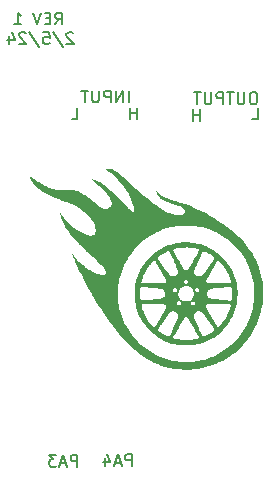
<source format=gbr>
%TF.GenerationSoftware,KiCad,Pcbnew,7.0.7*%
%TF.CreationDate,2024-03-24T23:16:10-05:00*%
%TF.ProjectId,lsm6dsoxCANEnabled,6c736d36-6473-46f7-9843-414e456e6162,rev?*%
%TF.SameCoordinates,Original*%
%TF.FileFunction,Legend,Bot*%
%TF.FilePolarity,Positive*%
%FSLAX46Y46*%
G04 Gerber Fmt 4.6, Leading zero omitted, Abs format (unit mm)*
G04 Created by KiCad (PCBNEW 7.0.7) date 2024-03-24 23:16:10*
%MOMM*%
%LPD*%
G01*
G04 APERTURE LIST*
%ADD10C,0.150000*%
G04 APERTURE END LIST*
D10*
X70313220Y-58619819D02*
X70313220Y-57619819D01*
X70313220Y-57619819D02*
X69932268Y-57619819D01*
X69932268Y-57619819D02*
X69837030Y-57667438D01*
X69837030Y-57667438D02*
X69789411Y-57715057D01*
X69789411Y-57715057D02*
X69741792Y-57810295D01*
X69741792Y-57810295D02*
X69741792Y-57953152D01*
X69741792Y-57953152D02*
X69789411Y-58048390D01*
X69789411Y-58048390D02*
X69837030Y-58096009D01*
X69837030Y-58096009D02*
X69932268Y-58143628D01*
X69932268Y-58143628D02*
X70313220Y-58143628D01*
X69360839Y-58334104D02*
X68884649Y-58334104D01*
X69456077Y-58619819D02*
X69122744Y-57619819D01*
X69122744Y-57619819D02*
X68789411Y-58619819D01*
X68551315Y-57619819D02*
X67932268Y-57619819D01*
X67932268Y-57619819D02*
X68265601Y-58000771D01*
X68265601Y-58000771D02*
X68122744Y-58000771D01*
X68122744Y-58000771D02*
X68027506Y-58048390D01*
X68027506Y-58048390D02*
X67979887Y-58096009D01*
X67979887Y-58096009D02*
X67932268Y-58191247D01*
X67932268Y-58191247D02*
X67932268Y-58429342D01*
X67932268Y-58429342D02*
X67979887Y-58524580D01*
X67979887Y-58524580D02*
X68027506Y-58572200D01*
X68027506Y-58572200D02*
X68122744Y-58619819D01*
X68122744Y-58619819D02*
X68408458Y-58619819D01*
X68408458Y-58619819D02*
X68503696Y-58572200D01*
X68503696Y-58572200D02*
X68551315Y-58524580D01*
X74913220Y-58569819D02*
X74913220Y-57569819D01*
X74913220Y-57569819D02*
X74532268Y-57569819D01*
X74532268Y-57569819D02*
X74437030Y-57617438D01*
X74437030Y-57617438D02*
X74389411Y-57665057D01*
X74389411Y-57665057D02*
X74341792Y-57760295D01*
X74341792Y-57760295D02*
X74341792Y-57903152D01*
X74341792Y-57903152D02*
X74389411Y-57998390D01*
X74389411Y-57998390D02*
X74437030Y-58046009D01*
X74437030Y-58046009D02*
X74532268Y-58093628D01*
X74532268Y-58093628D02*
X74913220Y-58093628D01*
X73960839Y-58284104D02*
X73484649Y-58284104D01*
X74056077Y-58569819D02*
X73722744Y-57569819D01*
X73722744Y-57569819D02*
X73389411Y-58569819D01*
X72627506Y-57903152D02*
X72627506Y-58569819D01*
X72865601Y-57522200D02*
X73103696Y-58236485D01*
X73103696Y-58236485D02*
X72484649Y-58236485D01*
X69960839Y-21915057D02*
X69913220Y-21867438D01*
X69913220Y-21867438D02*
X69817982Y-21819819D01*
X69817982Y-21819819D02*
X69579887Y-21819819D01*
X69579887Y-21819819D02*
X69484649Y-21867438D01*
X69484649Y-21867438D02*
X69437030Y-21915057D01*
X69437030Y-21915057D02*
X69389411Y-22010295D01*
X69389411Y-22010295D02*
X69389411Y-22105533D01*
X69389411Y-22105533D02*
X69437030Y-22248390D01*
X69437030Y-22248390D02*
X70008458Y-22819819D01*
X70008458Y-22819819D02*
X69389411Y-22819819D01*
X68246554Y-21772200D02*
X69103696Y-23057914D01*
X67437030Y-21819819D02*
X67913220Y-21819819D01*
X67913220Y-21819819D02*
X67960839Y-22296009D01*
X67960839Y-22296009D02*
X67913220Y-22248390D01*
X67913220Y-22248390D02*
X67817982Y-22200771D01*
X67817982Y-22200771D02*
X67579887Y-22200771D01*
X67579887Y-22200771D02*
X67484649Y-22248390D01*
X67484649Y-22248390D02*
X67437030Y-22296009D01*
X67437030Y-22296009D02*
X67389411Y-22391247D01*
X67389411Y-22391247D02*
X67389411Y-22629342D01*
X67389411Y-22629342D02*
X67437030Y-22724580D01*
X67437030Y-22724580D02*
X67484649Y-22772200D01*
X67484649Y-22772200D02*
X67579887Y-22819819D01*
X67579887Y-22819819D02*
X67817982Y-22819819D01*
X67817982Y-22819819D02*
X67913220Y-22772200D01*
X67913220Y-22772200D02*
X67960839Y-22724580D01*
X66246554Y-21772200D02*
X67103696Y-23057914D01*
X65960839Y-21915057D02*
X65913220Y-21867438D01*
X65913220Y-21867438D02*
X65817982Y-21819819D01*
X65817982Y-21819819D02*
X65579887Y-21819819D01*
X65579887Y-21819819D02*
X65484649Y-21867438D01*
X65484649Y-21867438D02*
X65437030Y-21915057D01*
X65437030Y-21915057D02*
X65389411Y-22010295D01*
X65389411Y-22010295D02*
X65389411Y-22105533D01*
X65389411Y-22105533D02*
X65437030Y-22248390D01*
X65437030Y-22248390D02*
X66008458Y-22819819D01*
X66008458Y-22819819D02*
X65389411Y-22819819D01*
X64532268Y-22153152D02*
X64532268Y-22819819D01*
X64770363Y-21772200D02*
X65008458Y-22486485D01*
X65008458Y-22486485D02*
X64389411Y-22486485D01*
X68441792Y-21169819D02*
X68775125Y-20693628D01*
X69013220Y-21169819D02*
X69013220Y-20169819D01*
X69013220Y-20169819D02*
X68632268Y-20169819D01*
X68632268Y-20169819D02*
X68537030Y-20217438D01*
X68537030Y-20217438D02*
X68489411Y-20265057D01*
X68489411Y-20265057D02*
X68441792Y-20360295D01*
X68441792Y-20360295D02*
X68441792Y-20503152D01*
X68441792Y-20503152D02*
X68489411Y-20598390D01*
X68489411Y-20598390D02*
X68537030Y-20646009D01*
X68537030Y-20646009D02*
X68632268Y-20693628D01*
X68632268Y-20693628D02*
X69013220Y-20693628D01*
X68013220Y-20646009D02*
X67679887Y-20646009D01*
X67537030Y-21169819D02*
X68013220Y-21169819D01*
X68013220Y-21169819D02*
X68013220Y-20169819D01*
X68013220Y-20169819D02*
X67537030Y-20169819D01*
X67251315Y-20169819D02*
X66917982Y-21169819D01*
X66917982Y-21169819D02*
X66584649Y-20169819D01*
X64965601Y-21169819D02*
X65537029Y-21169819D01*
X65251315Y-21169819D02*
X65251315Y-20169819D01*
X65251315Y-20169819D02*
X65346553Y-20312676D01*
X65346553Y-20312676D02*
X65441791Y-20407914D01*
X65441791Y-20407914D02*
X65537029Y-20455533D01*
X74663220Y-27769819D02*
X74663220Y-26769819D01*
X74187030Y-27769819D02*
X74187030Y-26769819D01*
X74187030Y-26769819D02*
X73615602Y-27769819D01*
X73615602Y-27769819D02*
X73615602Y-26769819D01*
X73139411Y-27769819D02*
X73139411Y-26769819D01*
X73139411Y-26769819D02*
X72758459Y-26769819D01*
X72758459Y-26769819D02*
X72663221Y-26817438D01*
X72663221Y-26817438D02*
X72615602Y-26865057D01*
X72615602Y-26865057D02*
X72567983Y-26960295D01*
X72567983Y-26960295D02*
X72567983Y-27103152D01*
X72567983Y-27103152D02*
X72615602Y-27198390D01*
X72615602Y-27198390D02*
X72663221Y-27246009D01*
X72663221Y-27246009D02*
X72758459Y-27293628D01*
X72758459Y-27293628D02*
X73139411Y-27293628D01*
X72139411Y-26769819D02*
X72139411Y-27579342D01*
X72139411Y-27579342D02*
X72091792Y-27674580D01*
X72091792Y-27674580D02*
X72044173Y-27722200D01*
X72044173Y-27722200D02*
X71948935Y-27769819D01*
X71948935Y-27769819D02*
X71758459Y-27769819D01*
X71758459Y-27769819D02*
X71663221Y-27722200D01*
X71663221Y-27722200D02*
X71615602Y-27674580D01*
X71615602Y-27674580D02*
X71567983Y-27579342D01*
X71567983Y-27579342D02*
X71567983Y-26769819D01*
X71234649Y-26769819D02*
X70663221Y-26769819D01*
X70948935Y-27769819D02*
X70948935Y-26769819D01*
X85137030Y-29219819D02*
X85613220Y-29219819D01*
X85613220Y-29219819D02*
X85613220Y-28219819D01*
X75363220Y-29219819D02*
X75363220Y-28219819D01*
X75363220Y-28696009D02*
X74791792Y-28696009D01*
X74791792Y-29219819D02*
X74791792Y-28219819D01*
X85322744Y-26919819D02*
X85132268Y-26919819D01*
X85132268Y-26919819D02*
X85037030Y-26967438D01*
X85037030Y-26967438D02*
X84941792Y-27062676D01*
X84941792Y-27062676D02*
X84894173Y-27253152D01*
X84894173Y-27253152D02*
X84894173Y-27586485D01*
X84894173Y-27586485D02*
X84941792Y-27776961D01*
X84941792Y-27776961D02*
X85037030Y-27872200D01*
X85037030Y-27872200D02*
X85132268Y-27919819D01*
X85132268Y-27919819D02*
X85322744Y-27919819D01*
X85322744Y-27919819D02*
X85417982Y-27872200D01*
X85417982Y-27872200D02*
X85513220Y-27776961D01*
X85513220Y-27776961D02*
X85560839Y-27586485D01*
X85560839Y-27586485D02*
X85560839Y-27253152D01*
X85560839Y-27253152D02*
X85513220Y-27062676D01*
X85513220Y-27062676D02*
X85417982Y-26967438D01*
X85417982Y-26967438D02*
X85322744Y-26919819D01*
X84465601Y-26919819D02*
X84465601Y-27729342D01*
X84465601Y-27729342D02*
X84417982Y-27824580D01*
X84417982Y-27824580D02*
X84370363Y-27872200D01*
X84370363Y-27872200D02*
X84275125Y-27919819D01*
X84275125Y-27919819D02*
X84084649Y-27919819D01*
X84084649Y-27919819D02*
X83989411Y-27872200D01*
X83989411Y-27872200D02*
X83941792Y-27824580D01*
X83941792Y-27824580D02*
X83894173Y-27729342D01*
X83894173Y-27729342D02*
X83894173Y-26919819D01*
X83560839Y-26919819D02*
X82989411Y-26919819D01*
X83275125Y-27919819D02*
X83275125Y-26919819D01*
X82656077Y-27919819D02*
X82656077Y-26919819D01*
X82656077Y-26919819D02*
X82275125Y-26919819D01*
X82275125Y-26919819D02*
X82179887Y-26967438D01*
X82179887Y-26967438D02*
X82132268Y-27015057D01*
X82132268Y-27015057D02*
X82084649Y-27110295D01*
X82084649Y-27110295D02*
X82084649Y-27253152D01*
X82084649Y-27253152D02*
X82132268Y-27348390D01*
X82132268Y-27348390D02*
X82179887Y-27396009D01*
X82179887Y-27396009D02*
X82275125Y-27443628D01*
X82275125Y-27443628D02*
X82656077Y-27443628D01*
X81656077Y-26919819D02*
X81656077Y-27729342D01*
X81656077Y-27729342D02*
X81608458Y-27824580D01*
X81608458Y-27824580D02*
X81560839Y-27872200D01*
X81560839Y-27872200D02*
X81465601Y-27919819D01*
X81465601Y-27919819D02*
X81275125Y-27919819D01*
X81275125Y-27919819D02*
X81179887Y-27872200D01*
X81179887Y-27872200D02*
X81132268Y-27824580D01*
X81132268Y-27824580D02*
X81084649Y-27729342D01*
X81084649Y-27729342D02*
X81084649Y-26919819D01*
X80751315Y-26919819D02*
X80179887Y-26919819D01*
X80465601Y-27919819D02*
X80465601Y-26919819D01*
X80136779Y-28330180D02*
X80136779Y-29330180D01*
X80136779Y-28853990D02*
X80708207Y-28853990D01*
X80708207Y-28330180D02*
X80708207Y-29330180D01*
X69837030Y-29219819D02*
X70313220Y-29219819D01*
X70313220Y-29219819D02*
X70313220Y-28219819D01*
%TO.C,G\u002A\u002A\u002A*%
G36*
X86045156Y-44066605D02*
G01*
X86028336Y-44396228D01*
X85995423Y-44726161D01*
X85946399Y-45056034D01*
X85881246Y-45385477D01*
X85850665Y-45517188D01*
X85776111Y-45799069D01*
X85691927Y-46068533D01*
X85598189Y-46325382D01*
X85494971Y-46569421D01*
X85382347Y-46800451D01*
X85260394Y-47018276D01*
X85257861Y-47022491D01*
X85225442Y-47075408D01*
X85185498Y-47139079D01*
X85139615Y-47211078D01*
X85089381Y-47288979D01*
X85036381Y-47370357D01*
X84982203Y-47452785D01*
X84928432Y-47533838D01*
X84876655Y-47611091D01*
X84828459Y-47682117D01*
X84785431Y-47744490D01*
X84741523Y-47806777D01*
X84602740Y-47994585D01*
X84461901Y-48170936D01*
X84317008Y-48337879D01*
X84166067Y-48497464D01*
X84007080Y-48651739D01*
X83838052Y-48802754D01*
X83656986Y-48952558D01*
X83461887Y-49103200D01*
X83453851Y-49109205D01*
X83183815Y-49301054D01*
X82908654Y-49477445D01*
X82628334Y-49638389D01*
X82342821Y-49783898D01*
X82052082Y-49913984D01*
X81756084Y-50028660D01*
X81454794Y-50127936D01*
X81148177Y-50211826D01*
X80836201Y-50280341D01*
X80518833Y-50333494D01*
X80196039Y-50371295D01*
X79867785Y-50393757D01*
X79809929Y-50395729D01*
X79731489Y-50397140D01*
X79643475Y-50397683D01*
X79549459Y-50397401D01*
X79453009Y-50396335D01*
X79357697Y-50394525D01*
X79267092Y-50392014D01*
X79184764Y-50388843D01*
X79114283Y-50385052D01*
X79104088Y-50384384D01*
X79035955Y-50379484D01*
X78958753Y-50373316D01*
X78875646Y-50366179D01*
X78789799Y-50358376D01*
X78704376Y-50350209D01*
X78622541Y-50341977D01*
X78547461Y-50333983D01*
X78482298Y-50326528D01*
X78430218Y-50319913D01*
X78311955Y-50302314D01*
X78144093Y-50272031D01*
X77978955Y-50235507D01*
X77812665Y-50191777D01*
X77641347Y-50139878D01*
X77461125Y-50078845D01*
X77415010Y-50062320D01*
X77105316Y-49941787D01*
X76804698Y-49807782D01*
X76512865Y-49660133D01*
X76229531Y-49498668D01*
X75954406Y-49323214D01*
X75687201Y-49133597D01*
X75427629Y-48929646D01*
X75175400Y-48711187D01*
X75136398Y-48675644D01*
X74811533Y-48369469D01*
X74491538Y-48049866D01*
X74178698Y-47719242D01*
X73875298Y-47380005D01*
X73583624Y-47034563D01*
X73488317Y-46916749D01*
X73324681Y-46707703D01*
X73156810Y-46485133D01*
X72985455Y-46250182D01*
X72811368Y-46003996D01*
X72635301Y-45747721D01*
X72458005Y-45482502D01*
X72280231Y-45209483D01*
X72102731Y-44929811D01*
X71926256Y-44644630D01*
X71751558Y-44355085D01*
X71579389Y-44062322D01*
X71546690Y-44005238D01*
X73751720Y-44005238D01*
X73751816Y-44090666D01*
X73752373Y-44174063D01*
X73753393Y-44253054D01*
X73754875Y-44325264D01*
X73756820Y-44388319D01*
X73759228Y-44439843D01*
X73762099Y-44477461D01*
X73783857Y-44663989D01*
X73822530Y-44921367D01*
X73870665Y-45169208D01*
X73928992Y-45410176D01*
X73998245Y-45646938D01*
X74079156Y-45882159D01*
X74172457Y-46118505D01*
X74278880Y-46358641D01*
X74307811Y-46419547D01*
X74410862Y-46621095D01*
X74525832Y-46825058D01*
X74650555Y-47028006D01*
X74782862Y-47226511D01*
X74920584Y-47417143D01*
X75061554Y-47596474D01*
X75066514Y-47602499D01*
X75273600Y-47841362D01*
X75490654Y-48067685D01*
X75717362Y-48281213D01*
X75953411Y-48481695D01*
X76198485Y-48668875D01*
X76452271Y-48842501D01*
X76714455Y-49002319D01*
X76984722Y-49148075D01*
X77104586Y-49207062D01*
X77362847Y-49323049D01*
X77622641Y-49424353D01*
X77885560Y-49511431D01*
X78153193Y-49584739D01*
X78427130Y-49644734D01*
X78708960Y-49691872D01*
X79000272Y-49726609D01*
X79011873Y-49727505D01*
X79044425Y-49729136D01*
X79089850Y-49730736D01*
X79146065Y-49732279D01*
X79210987Y-49733742D01*
X79282534Y-49735098D01*
X79358623Y-49736324D01*
X79437172Y-49737394D01*
X79516098Y-49738284D01*
X79593320Y-49738969D01*
X79666753Y-49739424D01*
X79734316Y-49739624D01*
X79793927Y-49739544D01*
X79843502Y-49739160D01*
X79880959Y-49738447D01*
X79904216Y-49737380D01*
X79908702Y-49737021D01*
X79934010Y-49735060D01*
X79970260Y-49732308D01*
X80013292Y-49729080D01*
X80058945Y-49725690D01*
X80120412Y-49720696D01*
X80347966Y-49694772D01*
X80581255Y-49657056D01*
X80816774Y-49608252D01*
X81051021Y-49549064D01*
X81280490Y-49480196D01*
X81412281Y-49435403D01*
X81681907Y-49331782D01*
X81948687Y-49213329D01*
X82210850Y-49081018D01*
X82466628Y-48935826D01*
X82714251Y-48778731D01*
X82951951Y-48610709D01*
X83177957Y-48432737D01*
X83333531Y-48298924D01*
X83560677Y-48086365D01*
X83775575Y-47863749D01*
X83977874Y-47631557D01*
X84167223Y-47390271D01*
X84343269Y-47140370D01*
X84505664Y-46882336D01*
X84654054Y-46616649D01*
X84788090Y-46343791D01*
X84907421Y-46064241D01*
X85005400Y-45796669D01*
X85093370Y-45510730D01*
X85165869Y-45220715D01*
X85222859Y-44927254D01*
X85264304Y-44630977D01*
X85290165Y-44332515D01*
X85300406Y-44032497D01*
X85294989Y-43731554D01*
X85273878Y-43430316D01*
X85237035Y-43129413D01*
X85184423Y-42829475D01*
X85116004Y-42531132D01*
X85037952Y-42255759D01*
X84940177Y-41967949D01*
X84827669Y-41686392D01*
X84700789Y-41411625D01*
X84559895Y-41144185D01*
X84405347Y-40884609D01*
X84237505Y-40633432D01*
X84056730Y-40391191D01*
X83863379Y-40158423D01*
X83657814Y-39935665D01*
X83440394Y-39723452D01*
X83211479Y-39522321D01*
X82971429Y-39332808D01*
X82832432Y-39231967D01*
X82577902Y-39062515D01*
X82317019Y-38907895D01*
X82050095Y-38768225D01*
X81777440Y-38643624D01*
X81499365Y-38534208D01*
X81216182Y-38440097D01*
X80928201Y-38361408D01*
X80635734Y-38298260D01*
X80339092Y-38250770D01*
X80038586Y-38219057D01*
X79997484Y-38216094D01*
X79880969Y-38210052D01*
X79753262Y-38206373D01*
X79617910Y-38205016D01*
X79478460Y-38205941D01*
X79338461Y-38209106D01*
X79201461Y-38214471D01*
X79071007Y-38221994D01*
X78950648Y-38231634D01*
X78753781Y-38253602D01*
X78456942Y-38300185D01*
X78163174Y-38362483D01*
X77873229Y-38440223D01*
X77587856Y-38533132D01*
X77307807Y-38640933D01*
X77033833Y-38763354D01*
X76766684Y-38900120D01*
X76507112Y-39050957D01*
X76255867Y-39215591D01*
X76203541Y-39252363D01*
X75958621Y-39436413D01*
X75724424Y-39632496D01*
X75501332Y-39840107D01*
X75289725Y-40058740D01*
X75089983Y-40287888D01*
X74902486Y-40527045D01*
X74727615Y-40775705D01*
X74565750Y-41033361D01*
X74417271Y-41299507D01*
X74282560Y-41573637D01*
X74161995Y-41855244D01*
X74055959Y-42143823D01*
X74055836Y-42144187D01*
X73983829Y-42371672D01*
X73921876Y-42598918D01*
X73869359Y-42828920D01*
X73825661Y-43064668D01*
X73790162Y-43309155D01*
X73762244Y-43565374D01*
X73760822Y-43583023D01*
X73758155Y-43630761D01*
X73755948Y-43690718D01*
X73754200Y-43760519D01*
X73752913Y-43837790D01*
X73752086Y-43920154D01*
X73751720Y-44005238D01*
X71546690Y-44005238D01*
X71410500Y-43767486D01*
X71245642Y-43471722D01*
X71170987Y-43334777D01*
X71077419Y-43160312D01*
X70981297Y-42978221D01*
X70883519Y-42790310D01*
X70784983Y-42598386D01*
X70686587Y-42404258D01*
X70589229Y-42209732D01*
X70493806Y-42016615D01*
X70401217Y-41826715D01*
X70312358Y-41641840D01*
X70228128Y-41463796D01*
X70149425Y-41294391D01*
X70077147Y-41135432D01*
X70012191Y-40988727D01*
X70008884Y-40981022D01*
X69995840Y-40949160D01*
X69980127Y-40909106D01*
X69962593Y-40863200D01*
X69944089Y-40813781D01*
X69925464Y-40763191D01*
X69907568Y-40713769D01*
X69891250Y-40667855D01*
X69877360Y-40627790D01*
X69866747Y-40595914D01*
X69860262Y-40574567D01*
X69858753Y-40566089D01*
X69860948Y-40565994D01*
X69873926Y-40570476D01*
X69893941Y-40579840D01*
X69899508Y-40582988D01*
X69914780Y-40594617D01*
X69932947Y-40612886D01*
X69955522Y-40639538D01*
X69984018Y-40676314D01*
X70019948Y-40724958D01*
X70044320Y-40758199D01*
X70181043Y-40935634D01*
X70319401Y-41099420D01*
X70461554Y-41251774D01*
X70609659Y-41394914D01*
X70765875Y-41531057D01*
X70932360Y-41662421D01*
X70977363Y-41695851D01*
X71091800Y-41777261D01*
X71210115Y-41856707D01*
X71330327Y-41933052D01*
X71450454Y-42005164D01*
X71568514Y-42071908D01*
X71682526Y-42132148D01*
X71790508Y-42184751D01*
X71890479Y-42228582D01*
X71980458Y-42262507D01*
X72018711Y-42275112D01*
X72098532Y-42299349D01*
X72179828Y-42321556D01*
X72259811Y-42341115D01*
X72335697Y-42357406D01*
X72404700Y-42369809D01*
X72464034Y-42377705D01*
X72510913Y-42380475D01*
X72529353Y-42379812D01*
X72588430Y-42368212D01*
X72641061Y-42343202D01*
X72684948Y-42306141D01*
X72717788Y-42258385D01*
X72728467Y-42230827D01*
X72736452Y-42178680D01*
X72732793Y-42120279D01*
X72717493Y-42058801D01*
X72693672Y-41996584D01*
X72655761Y-41914348D01*
X72610833Y-41830667D01*
X72561584Y-41750868D01*
X72548508Y-41732235D01*
X72513707Y-41688003D01*
X72467651Y-41634547D01*
X72411156Y-41572685D01*
X72345041Y-41503231D01*
X72270126Y-41427004D01*
X72187228Y-41344819D01*
X72097165Y-41257492D01*
X72000757Y-41165840D01*
X71898822Y-41070681D01*
X71792178Y-40972829D01*
X71681644Y-40873101D01*
X71640100Y-40835903D01*
X71562275Y-40766011D01*
X71492491Y-40702977D01*
X71427925Y-40644204D01*
X71365758Y-40587094D01*
X71303169Y-40529049D01*
X71237336Y-40467472D01*
X71165439Y-40399765D01*
X71084658Y-40323330D01*
X71041518Y-40282072D01*
X70988602Y-40230828D01*
X70928068Y-40171721D01*
X70861400Y-40106229D01*
X70790080Y-40035832D01*
X70715591Y-39962011D01*
X70639416Y-39886245D01*
X70563036Y-39810014D01*
X70487936Y-39734798D01*
X70415598Y-39662077D01*
X70347504Y-39593330D01*
X70285137Y-39530038D01*
X70229980Y-39473681D01*
X70183515Y-39425738D01*
X70147226Y-39387689D01*
X70016512Y-39244357D01*
X69864990Y-39067375D01*
X69715437Y-38881477D01*
X69570767Y-38690408D01*
X69433892Y-38497917D01*
X69307725Y-38307750D01*
X69265344Y-38240056D01*
X69165414Y-38067843D01*
X69079687Y-37899714D01*
X69007541Y-37734156D01*
X68948349Y-37569655D01*
X68901488Y-37404698D01*
X68866333Y-37237769D01*
X68857618Y-37187654D01*
X68849818Y-37141453D01*
X68844573Y-37108009D01*
X68841657Y-37085554D01*
X68840848Y-37072320D01*
X68841921Y-37066538D01*
X68844653Y-37066440D01*
X68844742Y-37066500D01*
X68851243Y-37075278D01*
X68863639Y-37095389D01*
X68880183Y-37123899D01*
X68899130Y-37157880D01*
X68958246Y-37260105D01*
X69065619Y-37423253D01*
X69187836Y-37584677D01*
X69324008Y-37743230D01*
X69473247Y-37897769D01*
X69487529Y-37911684D01*
X69591447Y-38009181D01*
X69698371Y-38102695D01*
X69810752Y-38194161D01*
X69931041Y-38285514D01*
X70061689Y-38378689D01*
X70205146Y-38475620D01*
X70323658Y-38553041D01*
X70447006Y-38631488D01*
X70560376Y-38700956D01*
X70665164Y-38762153D01*
X70762766Y-38815786D01*
X70854576Y-38862565D01*
X70941991Y-38903195D01*
X71026407Y-38938384D01*
X71109218Y-38968841D01*
X71191820Y-38995273D01*
X71275609Y-39018387D01*
X71321657Y-39029148D01*
X71420807Y-39044557D01*
X71510608Y-39047045D01*
X71590899Y-39036677D01*
X71661522Y-39013515D01*
X71722317Y-38977621D01*
X71773124Y-38929059D01*
X71813785Y-38867891D01*
X71844139Y-38794181D01*
X71846830Y-38785432D01*
X71852742Y-38763457D01*
X71856943Y-38741218D01*
X71859709Y-38715511D01*
X71861318Y-38683132D01*
X71862045Y-38640876D01*
X71862168Y-38585541D01*
X71861739Y-38537407D01*
X71859311Y-38473545D01*
X71853995Y-38417578D01*
X71844952Y-38364994D01*
X71831339Y-38311283D01*
X71812318Y-38251933D01*
X71787046Y-38182431D01*
X71783205Y-38172308D01*
X71706568Y-37993369D01*
X71615341Y-37819911D01*
X71509053Y-37651113D01*
X71387231Y-37486150D01*
X71372872Y-37468650D01*
X71336411Y-37427055D01*
X71291105Y-37378037D01*
X71239188Y-37323826D01*
X71182894Y-37266650D01*
X71124460Y-37208738D01*
X71066121Y-37152319D01*
X71010110Y-37099620D01*
X70958665Y-37052872D01*
X70914018Y-37014301D01*
X70808576Y-36928926D01*
X70653717Y-36813004D01*
X70498443Y-36708541D01*
X70339234Y-36613213D01*
X70172571Y-36524696D01*
X70155782Y-36516322D01*
X70112066Y-36494871D01*
X70069882Y-36474835D01*
X70027542Y-36455532D01*
X69983355Y-36436281D01*
X69935630Y-36416402D01*
X69882679Y-36395213D01*
X69822810Y-36372033D01*
X69754334Y-36346182D01*
X69675561Y-36316978D01*
X69584800Y-36283740D01*
X69480362Y-36245788D01*
X69438646Y-36230660D01*
X69298367Y-36179653D01*
X69161719Y-36129767D01*
X69029767Y-36081397D01*
X68903575Y-36034940D01*
X68784207Y-35990792D01*
X68672727Y-35949350D01*
X68570199Y-35911011D01*
X68477688Y-35876169D01*
X68396258Y-35845222D01*
X68326972Y-35818567D01*
X68270896Y-35796599D01*
X68229093Y-35779716D01*
X68126503Y-35735634D01*
X67937815Y-35646368D01*
X67751545Y-35547904D01*
X67569675Y-35441545D01*
X67394186Y-35328592D01*
X67227060Y-35210351D01*
X67070277Y-35088123D01*
X66925818Y-34963211D01*
X66795665Y-34836920D01*
X66759259Y-34798651D01*
X66676742Y-34707336D01*
X66598798Y-34614790D01*
X66527578Y-34523716D01*
X66465229Y-34436816D01*
X66413902Y-34356794D01*
X66398870Y-34330226D01*
X66374603Y-34281751D01*
X66352881Y-34231799D01*
X66335204Y-34184205D01*
X66323070Y-34142807D01*
X66317981Y-34111439D01*
X66317600Y-34100513D01*
X66319147Y-34084746D01*
X66327180Y-34078101D01*
X66345522Y-34075605D01*
X66358389Y-34074951D01*
X66374752Y-34076278D01*
X66391845Y-34081318D01*
X66412096Y-34091324D01*
X66437933Y-34107550D01*
X66471785Y-34131249D01*
X66516079Y-34163676D01*
X66534954Y-34177576D01*
X66619380Y-34238342D01*
X66706357Y-34298570D01*
X66797404Y-34359203D01*
X66894038Y-34421185D01*
X66997779Y-34485462D01*
X67110145Y-34552977D01*
X67232655Y-34624675D01*
X67366826Y-34701500D01*
X67514177Y-34784396D01*
X67615497Y-34840539D01*
X67706004Y-34889623D01*
X67786415Y-34931852D01*
X67858622Y-34968086D01*
X67924514Y-34999183D01*
X67985981Y-35026004D01*
X68044912Y-35049406D01*
X68103199Y-35070250D01*
X68162731Y-35089395D01*
X68225397Y-35107698D01*
X68236146Y-35110696D01*
X68288307Y-35124735D01*
X68337294Y-35136796D01*
X68384726Y-35146993D01*
X68432225Y-35155441D01*
X68481413Y-35162254D01*
X68533909Y-35167547D01*
X68591335Y-35171434D01*
X68655311Y-35174030D01*
X68727460Y-35175450D01*
X68809400Y-35175808D01*
X68902754Y-35175219D01*
X69009142Y-35173798D01*
X69130186Y-35171658D01*
X69176945Y-35170783D01*
X69264745Y-35169238D01*
X69349492Y-35167868D01*
X69429296Y-35166694D01*
X69502268Y-35165743D01*
X69566517Y-35165037D01*
X69620153Y-35164600D01*
X69661286Y-35164456D01*
X69688025Y-35164629D01*
X69695150Y-35164772D01*
X69860869Y-35176365D01*
X70027701Y-35203573D01*
X70194027Y-35245988D01*
X70358225Y-35303198D01*
X70518676Y-35374795D01*
X70536583Y-35383861D01*
X70606782Y-35421690D01*
X70687999Y-35468511D01*
X70778880Y-35523452D01*
X70878067Y-35585641D01*
X70984204Y-35654204D01*
X71095934Y-35728269D01*
X71211902Y-35806964D01*
X71330750Y-35889414D01*
X71451122Y-35974748D01*
X71522369Y-36026093D01*
X71641845Y-36113754D01*
X71752992Y-36197578D01*
X71859489Y-36280401D01*
X71965013Y-36365058D01*
X72073241Y-36454385D01*
X72099749Y-36476443D01*
X72185184Y-36545882D01*
X72261194Y-36604550D01*
X72329240Y-36653187D01*
X72390783Y-36692534D01*
X72447282Y-36723333D01*
X72500199Y-36746323D01*
X72550992Y-36762247D01*
X72601124Y-36771844D01*
X72652054Y-36775856D01*
X72705242Y-36775023D01*
X72717231Y-36774246D01*
X72806693Y-36760702D01*
X72890585Y-36734659D01*
X72967720Y-36697381D01*
X73036912Y-36650132D01*
X73096974Y-36594176D01*
X73146720Y-36530776D01*
X73184963Y-36461195D01*
X73210518Y-36386698D01*
X73222196Y-36308548D01*
X73218813Y-36228009D01*
X73200746Y-36142458D01*
X73168410Y-36047199D01*
X73122741Y-35945839D01*
X73064284Y-35839138D01*
X72993584Y-35727858D01*
X72911188Y-35612759D01*
X72817640Y-35494602D01*
X72713487Y-35374148D01*
X72599273Y-35252157D01*
X72475546Y-35129391D01*
X72342850Y-35006611D01*
X72342595Y-35006383D01*
X72305449Y-34973501D01*
X72259249Y-34933140D01*
X72205773Y-34886813D01*
X72146801Y-34836032D01*
X72084113Y-34782311D01*
X72019489Y-34727162D01*
X71954708Y-34672098D01*
X71891551Y-34618632D01*
X71831796Y-34568276D01*
X71777224Y-34522543D01*
X71729615Y-34482947D01*
X71690747Y-34451000D01*
X71662401Y-34428215D01*
X71653031Y-34420644D01*
X71614207Y-34382750D01*
X71587260Y-34342706D01*
X71563858Y-34297916D01*
X71590962Y-34295547D01*
X71612105Y-34296363D01*
X71648096Y-34302270D01*
X71693780Y-34312732D01*
X71746250Y-34326956D01*
X71802599Y-34344147D01*
X71859922Y-34363508D01*
X71915309Y-34384246D01*
X72021738Y-34428725D01*
X72221426Y-34524981D01*
X72417358Y-34636238D01*
X72608205Y-34761715D01*
X72792640Y-34900629D01*
X72842727Y-34941941D01*
X72914205Y-35003522D01*
X72995847Y-35076323D01*
X73087196Y-35159901D01*
X73187798Y-35253813D01*
X73297197Y-35357613D01*
X73414937Y-35470860D01*
X73540564Y-35593108D01*
X73673621Y-35723915D01*
X73813654Y-35862837D01*
X73960206Y-36009430D01*
X74112823Y-36163251D01*
X74271048Y-36323856D01*
X74434428Y-36490801D01*
X74602505Y-36663643D01*
X74629626Y-36691595D01*
X74704605Y-36768541D01*
X74769559Y-36834588D01*
X74825311Y-36890486D01*
X74872686Y-36936991D01*
X74912504Y-36974852D01*
X74945590Y-37004825D01*
X74972767Y-37027660D01*
X74994856Y-37044110D01*
X75012681Y-37054929D01*
X75027066Y-37060868D01*
X75038832Y-37062681D01*
X75056565Y-37060672D01*
X75085682Y-37048850D01*
X75106127Y-37029462D01*
X75110327Y-37021342D01*
X75118906Y-36987566D01*
X75121831Y-36939978D01*
X75119177Y-36879643D01*
X75111019Y-36807626D01*
X75097429Y-36724992D01*
X75078483Y-36632807D01*
X75032493Y-36450413D01*
X74960616Y-36223024D01*
X74872645Y-35995621D01*
X74768683Y-35768444D01*
X74648835Y-35541737D01*
X74513203Y-35315739D01*
X74429258Y-35186130D01*
X74263007Y-34943207D01*
X74094888Y-34715800D01*
X73924470Y-34503428D01*
X73751323Y-34305613D01*
X73575017Y-34121871D01*
X73395122Y-33951724D01*
X73211207Y-33794690D01*
X73022844Y-33650288D01*
X73019734Y-33648033D01*
X72951003Y-33597748D01*
X72894767Y-33555542D01*
X72849998Y-33520516D01*
X72815671Y-33491768D01*
X72790759Y-33468398D01*
X72774235Y-33449505D01*
X72765073Y-33434187D01*
X72762247Y-33421544D01*
X72762652Y-33405958D01*
X72766434Y-33388439D01*
X72776873Y-33378705D01*
X72797168Y-33374512D01*
X72830517Y-33373614D01*
X72870562Y-33374385D01*
X72996210Y-33385893D01*
X73125348Y-33410421D01*
X73254800Y-33446973D01*
X73381386Y-33494554D01*
X73501928Y-33552168D01*
X73613246Y-33618818D01*
X73613261Y-33618828D01*
X73649498Y-33643897D01*
X73689691Y-33673227D01*
X73734335Y-33707248D01*
X73783924Y-33746392D01*
X73838951Y-33791090D01*
X73899913Y-33841772D01*
X73967303Y-33898869D01*
X74041615Y-33962812D01*
X74123345Y-34034033D01*
X74212987Y-34112961D01*
X74311035Y-34200028D01*
X74417983Y-34295665D01*
X74534327Y-34400303D01*
X74660560Y-34514372D01*
X74797177Y-34638303D01*
X74944673Y-34772528D01*
X75103543Y-34917477D01*
X75115379Y-34928286D01*
X75273290Y-35071837D01*
X75421792Y-35205486D01*
X75562780Y-35330806D01*
X75698151Y-35449371D01*
X75829801Y-35562755D01*
X75959626Y-35672532D01*
X76089522Y-35780276D01*
X76221386Y-35887561D01*
X76357113Y-35995961D01*
X76498599Y-36107049D01*
X76647742Y-36222399D01*
X76806436Y-36343586D01*
X76976579Y-36472183D01*
X76986972Y-36479998D01*
X77114217Y-36574446D01*
X77231524Y-36658951D01*
X77340706Y-36734608D01*
X77443578Y-36802515D01*
X77541956Y-36863768D01*
X77637654Y-36919463D01*
X77732486Y-36970697D01*
X77828268Y-37018565D01*
X77926814Y-37064165D01*
X78029939Y-37108593D01*
X78151004Y-37156756D01*
X78298669Y-37208995D01*
X78440776Y-37251981D01*
X78576339Y-37285538D01*
X78704373Y-37309486D01*
X78823894Y-37323649D01*
X78933917Y-37327848D01*
X79033456Y-37321906D01*
X79121526Y-37305645D01*
X79145772Y-37298684D01*
X79214070Y-37272471D01*
X79277280Y-37238756D01*
X79332601Y-37199433D01*
X79377234Y-37156398D01*
X79408380Y-37111543D01*
X79412826Y-37101911D01*
X79424152Y-37059693D01*
X79427998Y-37009971D01*
X79424244Y-36958260D01*
X79412771Y-36910074D01*
X79389766Y-36857720D01*
X79350153Y-36794707D01*
X79300088Y-36734385D01*
X79242513Y-36680228D01*
X79180371Y-36635710D01*
X79170284Y-36629568D01*
X79160243Y-36623569D01*
X79150066Y-36617845D01*
X79138850Y-36612087D01*
X79125688Y-36605989D01*
X79109678Y-36599241D01*
X79089913Y-36591536D01*
X79065491Y-36582565D01*
X79035506Y-36572021D01*
X78999053Y-36559595D01*
X78955229Y-36544979D01*
X78903128Y-36527866D01*
X78841846Y-36507946D01*
X78770478Y-36484912D01*
X78688121Y-36458456D01*
X78593868Y-36428270D01*
X78486817Y-36394046D01*
X78366062Y-36355475D01*
X78230699Y-36312249D01*
X78163767Y-36290573D01*
X78037471Y-36247567D01*
X77924470Y-36205691D01*
X77822897Y-36163923D01*
X77730885Y-36121239D01*
X77646567Y-36076618D01*
X77568079Y-36029037D01*
X77493553Y-35977472D01*
X77421123Y-35920902D01*
X77348922Y-35858305D01*
X77275085Y-35788656D01*
X77250169Y-35764085D01*
X77198954Y-35711394D01*
X77157764Y-35665093D01*
X77124577Y-35622675D01*
X77097369Y-35581632D01*
X77074119Y-35539456D01*
X77073056Y-35537321D01*
X77061131Y-35510969D01*
X77047516Y-35477520D01*
X77033319Y-35440147D01*
X77019648Y-35402023D01*
X77007612Y-35366322D01*
X76998319Y-35336216D01*
X76992877Y-35314879D01*
X76992395Y-35305484D01*
X77000072Y-35303463D01*
X77019810Y-35310404D01*
X77049163Y-35328343D01*
X77087269Y-35356731D01*
X77133267Y-35395021D01*
X77175616Y-35431083D01*
X77336475Y-35556597D01*
X77505874Y-35671064D01*
X77685287Y-35775358D01*
X77876185Y-35870353D01*
X78080041Y-35956922D01*
X78094075Y-35962374D01*
X78159232Y-35986588D01*
X78233644Y-36012549D01*
X78318624Y-36040682D01*
X78415484Y-36071416D01*
X78525537Y-36105177D01*
X78650096Y-36142392D01*
X79041236Y-36264443D01*
X79477493Y-36416247D01*
X79907960Y-36582936D01*
X80333132Y-36764721D01*
X80753502Y-36961816D01*
X81169562Y-37174431D01*
X81581805Y-37402778D01*
X81892293Y-37587142D01*
X82253662Y-37815828D01*
X82612071Y-38057712D01*
X82965189Y-38311163D01*
X83310682Y-38574551D01*
X83646216Y-38846244D01*
X83774233Y-38955598D01*
X84002989Y-39164591D01*
X84219714Y-39381264D01*
X84425273Y-39606685D01*
X84620535Y-39841923D01*
X84806368Y-40088046D01*
X84983638Y-40346122D01*
X85153213Y-40617219D01*
X85315961Y-40902405D01*
X85344270Y-40954682D01*
X85423106Y-41105204D01*
X85493060Y-41247135D01*
X85555402Y-41383327D01*
X85611401Y-41516632D01*
X85662329Y-41649902D01*
X85709456Y-41785990D01*
X85713754Y-41799070D01*
X85809095Y-42116143D01*
X85888466Y-42436120D01*
X85951850Y-42758631D01*
X85999228Y-43083306D01*
X86030584Y-43409774D01*
X86045899Y-43737664D01*
X86045233Y-44032497D01*
X86045156Y-44066605D01*
G37*
G36*
X81971612Y-40364832D02*
G01*
X82141838Y-40484996D01*
X82306980Y-40615302D01*
X82469742Y-40757704D01*
X82632832Y-40914154D01*
X82637425Y-40918751D01*
X82689126Y-40971834D01*
X82745693Y-41029914D01*
X82843185Y-41136132D01*
X82932821Y-41240947D01*
X83017523Y-41347902D01*
X83100210Y-41460538D01*
X83183804Y-41582399D01*
X83275789Y-41727272D01*
X83396829Y-41941127D01*
X83506453Y-42163543D01*
X83603243Y-42391580D01*
X83685783Y-42622303D01*
X83730320Y-42768921D01*
X83780277Y-42968698D01*
X83792951Y-43019381D01*
X83840046Y-43273712D01*
X83871611Y-43531292D01*
X83887652Y-43791502D01*
X83887991Y-43960842D01*
X83888177Y-44053722D01*
X83873190Y-44317331D01*
X83842698Y-44581710D01*
X83805538Y-44795449D01*
X83796708Y-44846238D01*
X83761586Y-44997080D01*
X83735225Y-45110295D01*
X83658256Y-45373261D01*
X83580336Y-45593392D01*
X83479371Y-45833028D01*
X83364148Y-46065485D01*
X83235098Y-46290224D01*
X83092655Y-46506703D01*
X82937251Y-46714384D01*
X82769319Y-46912726D01*
X82674049Y-47012461D01*
X82589293Y-47101189D01*
X82397604Y-47279233D01*
X82194686Y-47446319D01*
X81980971Y-47601905D01*
X81850247Y-47685649D01*
X81756893Y-47745453D01*
X81742216Y-47754164D01*
X81669862Y-47795200D01*
X81587354Y-47839447D01*
X81498686Y-47884931D01*
X81407851Y-47929675D01*
X81318841Y-47971703D01*
X81235650Y-48009039D01*
X81162271Y-48039707D01*
X81134223Y-48050746D01*
X80905554Y-48132824D01*
X80675398Y-48201130D01*
X80441791Y-48256073D01*
X80202769Y-48298063D01*
X79956369Y-48327510D01*
X79700625Y-48344824D01*
X79698365Y-48344916D01*
X79669547Y-48345525D01*
X79628501Y-48345729D01*
X79578881Y-48345542D01*
X79524340Y-48344975D01*
X79468531Y-48344042D01*
X79390236Y-48341866D01*
X79122018Y-48325167D01*
X78859411Y-48294371D01*
X78603009Y-48249632D01*
X78353407Y-48191102D01*
X78111202Y-48118935D01*
X77876988Y-48033283D01*
X77651359Y-47934299D01*
X77434912Y-47822134D01*
X77268992Y-47724579D01*
X77181038Y-47666889D01*
X78440018Y-47666889D01*
X78445078Y-47688573D01*
X78450226Y-47703615D01*
X78457815Y-47718127D01*
X78468899Y-47730356D01*
X78485270Y-47741036D01*
X78508719Y-47750904D01*
X78541037Y-47760693D01*
X78584015Y-47771140D01*
X78639445Y-47782978D01*
X78709117Y-47796945D01*
X78741179Y-47803248D01*
X78831852Y-47820709D01*
X78910094Y-47835064D01*
X78978519Y-47846691D01*
X79039744Y-47855966D01*
X79096383Y-47863268D01*
X79151052Y-47868973D01*
X79206366Y-47873458D01*
X79264940Y-47877100D01*
X79267745Y-47877254D01*
X79400691Y-47883501D01*
X79520899Y-47886780D01*
X79631621Y-47886871D01*
X79736107Y-47883550D01*
X79837610Y-47876598D01*
X79939381Y-47865792D01*
X80044673Y-47850911D01*
X80156736Y-47831733D01*
X80278823Y-47808037D01*
X80343933Y-47794723D01*
X80406271Y-47781640D01*
X80455906Y-47770660D01*
X80494611Y-47761279D01*
X80524159Y-47752994D01*
X80546323Y-47745301D01*
X80562877Y-47737696D01*
X80575593Y-47729676D01*
X80586245Y-47720738D01*
X80587199Y-47719833D01*
X80595593Y-47710225D01*
X80601367Y-47699153D01*
X80604089Y-47685649D01*
X80603327Y-47668745D01*
X80598649Y-47647474D01*
X80589623Y-47620866D01*
X80575815Y-47587953D01*
X80556795Y-47547768D01*
X80532130Y-47499342D01*
X80501387Y-47441707D01*
X80464134Y-47373894D01*
X80419940Y-47294936D01*
X80368371Y-47203865D01*
X80308996Y-47099712D01*
X80277003Y-47043768D01*
X80183959Y-46881797D01*
X80097837Y-46733020D01*
X80018711Y-46597556D01*
X79946651Y-46475525D01*
X79881731Y-46367046D01*
X79824022Y-46272236D01*
X79773595Y-46191214D01*
X79730524Y-46124101D01*
X79694881Y-46071013D01*
X79666736Y-46032070D01*
X79646164Y-46007391D01*
X79635990Y-45997158D01*
X79592575Y-45962636D01*
X79549593Y-45943739D01*
X79506669Y-45940561D01*
X79463430Y-45953195D01*
X79419501Y-45981735D01*
X79374508Y-46026274D01*
X79328079Y-46086906D01*
X79322387Y-46095450D01*
X79305210Y-46122661D01*
X79281432Y-46161581D01*
X79251727Y-46211037D01*
X79216769Y-46269859D01*
X79177233Y-46336876D01*
X79133793Y-46410916D01*
X79087123Y-46490810D01*
X79037897Y-46575385D01*
X78986789Y-46663471D01*
X78934475Y-46753898D01*
X78881628Y-46845493D01*
X78828922Y-46937086D01*
X78777032Y-47027506D01*
X78726631Y-47115582D01*
X78678394Y-47200144D01*
X78632996Y-47280019D01*
X78591111Y-47354038D01*
X78553412Y-47421029D01*
X78520574Y-47479821D01*
X78493272Y-47529243D01*
X78472179Y-47568124D01*
X78457970Y-47595294D01*
X78451319Y-47609582D01*
X78446524Y-47623566D01*
X78440314Y-47647566D01*
X78440018Y-47666889D01*
X77181038Y-47666889D01*
X77046213Y-47578456D01*
X76834053Y-47421233D01*
X76632890Y-47253456D01*
X76443103Y-47075672D01*
X76384805Y-47014357D01*
X77160947Y-47014357D01*
X77169187Y-47052538D01*
X77189526Y-47089620D01*
X77222731Y-47127354D01*
X77269575Y-47167492D01*
X77330827Y-47211786D01*
X77380592Y-47244813D01*
X77441479Y-47283290D01*
X77507274Y-47323237D01*
X77575907Y-47363514D01*
X77645309Y-47402984D01*
X77713409Y-47440506D01*
X77778139Y-47474943D01*
X77837428Y-47505156D01*
X77889208Y-47530006D01*
X77931408Y-47548354D01*
X77961959Y-47559061D01*
X77995657Y-47565428D01*
X78043435Y-47563114D01*
X78087219Y-47545799D01*
X78127897Y-47513072D01*
X78166357Y-47464523D01*
X78172081Y-47455311D01*
X78187232Y-47427884D01*
X78207849Y-47387598D01*
X78234042Y-47334222D01*
X78265919Y-47267521D01*
X78303590Y-47187263D01*
X78347164Y-47093214D01*
X78396749Y-46985141D01*
X78452456Y-46862811D01*
X78514392Y-46725991D01*
X78582667Y-46574447D01*
X78616174Y-46499886D01*
X78658564Y-46405278D01*
X78695011Y-46323281D01*
X78725966Y-46252583D01*
X78751878Y-46191874D01*
X78773197Y-46139841D01*
X78790372Y-46095173D01*
X78803854Y-46056559D01*
X78814092Y-46022687D01*
X78821535Y-45992245D01*
X78826634Y-45963922D01*
X78829838Y-45936407D01*
X78831596Y-45908388D01*
X78832359Y-45878554D01*
X78832410Y-45870816D01*
X80198590Y-45870816D01*
X80200228Y-45913403D01*
X80204533Y-45946285D01*
X80208204Y-45958473D01*
X80218337Y-45986172D01*
X80234086Y-46026415D01*
X80254886Y-46077901D01*
X80280175Y-46139327D01*
X80309388Y-46209393D01*
X80341962Y-46286795D01*
X80377333Y-46370233D01*
X80414938Y-46458405D01*
X80454213Y-46550008D01*
X80494594Y-46643742D01*
X80535518Y-46738304D01*
X80576422Y-46832392D01*
X80616740Y-46924706D01*
X80655911Y-47013943D01*
X80693370Y-47098801D01*
X80728553Y-47177979D01*
X80760898Y-47250174D01*
X80789840Y-47314086D01*
X80814815Y-47368413D01*
X80835261Y-47411851D01*
X80850613Y-47443101D01*
X80860308Y-47460860D01*
X80866817Y-47470721D01*
X80896652Y-47507814D01*
X80929256Y-47537919D01*
X80960345Y-47556919D01*
X80969493Y-47560385D01*
X80994663Y-47566327D01*
X81022769Y-47567467D01*
X81054995Y-47563344D01*
X81092528Y-47553495D01*
X81136551Y-47537458D01*
X81188251Y-47514772D01*
X81248811Y-47484974D01*
X81319418Y-47447602D01*
X81401256Y-47402195D01*
X81495511Y-47348290D01*
X81560204Y-47310705D01*
X81628707Y-47270238D01*
X81685353Y-47235722D01*
X81731503Y-47206151D01*
X81768520Y-47180520D01*
X81797768Y-47157824D01*
X81820608Y-47137058D01*
X81838403Y-47117218D01*
X81852517Y-47097297D01*
X81864311Y-47076293D01*
X81871682Y-47060840D01*
X81879548Y-47037637D01*
X81882494Y-47012461D01*
X81881779Y-46978242D01*
X81880605Y-46961059D01*
X81875626Y-46928534D01*
X81865633Y-46897714D01*
X81848483Y-46861060D01*
X81840323Y-46847121D01*
X81822527Y-46819708D01*
X81796815Y-46781741D01*
X81764151Y-46734591D01*
X81725501Y-46679630D01*
X81681830Y-46618228D01*
X81634102Y-46551756D01*
X81583283Y-46481586D01*
X81530339Y-46409088D01*
X81503465Y-46372430D01*
X81445373Y-46293094D01*
X81386574Y-46212679D01*
X81328547Y-46133215D01*
X81272772Y-46056730D01*
X81220727Y-45985253D01*
X81173891Y-45920814D01*
X81133743Y-45865440D01*
X81101763Y-45821161D01*
X81093951Y-45810324D01*
X81057263Y-45759750D01*
X81022741Y-45712654D01*
X80991844Y-45670993D01*
X80966031Y-45636722D01*
X80946759Y-45611798D01*
X80935487Y-45598177D01*
X80911417Y-45575441D01*
X80863248Y-45540623D01*
X80807011Y-45509735D01*
X80747721Y-45485780D01*
X80746647Y-45485427D01*
X80716075Y-45476108D01*
X80688565Y-45469881D01*
X80659284Y-45466119D01*
X80623396Y-45464192D01*
X80576066Y-45463472D01*
X80536159Y-45463381D01*
X80503356Y-45464064D01*
X80479402Y-45466147D01*
X80460368Y-45470218D01*
X80442323Y-45476869D01*
X80421337Y-45486687D01*
X80376675Y-45513471D01*
X80322781Y-45559824D01*
X80275380Y-45616769D01*
X80237478Y-45681128D01*
X80231202Y-45694361D01*
X80216812Y-45727645D01*
X80207992Y-45756083D01*
X80202921Y-45786705D01*
X80199774Y-45826539D01*
X80199376Y-45841408D01*
X80198590Y-45870816D01*
X78832410Y-45870816D01*
X78832576Y-45845592D01*
X78832585Y-45841408D01*
X78832259Y-45796165D01*
X78830775Y-45762838D01*
X78827654Y-45737390D01*
X78822417Y-45715778D01*
X78814584Y-45693964D01*
X78783705Y-45632107D01*
X78737650Y-45571971D01*
X78680678Y-45523620D01*
X78613297Y-45487389D01*
X78536012Y-45463613D01*
X78449329Y-45452624D01*
X78443771Y-45452359D01*
X78402063Y-45451234D01*
X78369848Y-45452720D01*
X78341130Y-45457384D01*
X78309909Y-45465793D01*
X78259288Y-45484992D01*
X78201829Y-45518177D01*
X78147082Y-45563727D01*
X78092468Y-45623510D01*
X78079668Y-45639663D01*
X78056069Y-45670705D01*
X78025320Y-45712076D01*
X77988256Y-45762598D01*
X77945710Y-45821096D01*
X77898515Y-45886391D01*
X77847507Y-45957308D01*
X77793517Y-46032668D01*
X77737381Y-46111296D01*
X77679932Y-46192014D01*
X77622003Y-46273644D01*
X77564429Y-46355011D01*
X77508043Y-46434936D01*
X77453679Y-46512244D01*
X77402171Y-46585756D01*
X77354353Y-46654297D01*
X77311058Y-46716688D01*
X77273120Y-46771754D01*
X77241372Y-46818316D01*
X77216650Y-46855198D01*
X77199786Y-46881224D01*
X77191614Y-46895215D01*
X77177676Y-46927690D01*
X77164033Y-46973325D01*
X77160947Y-47014357D01*
X76384805Y-47014357D01*
X76265070Y-46888427D01*
X76099169Y-46692268D01*
X75945780Y-46487742D01*
X75805280Y-46275395D01*
X75678049Y-46055774D01*
X75564465Y-45829426D01*
X75464906Y-45596897D01*
X75379751Y-45358733D01*
X75309379Y-45115482D01*
X75276528Y-44968046D01*
X75751712Y-44968046D01*
X75753569Y-45006510D01*
X75755558Y-45033560D01*
X75759874Y-45074491D01*
X75766168Y-45112172D01*
X75775374Y-45150228D01*
X75788424Y-45192283D01*
X75806248Y-45241962D01*
X75829780Y-45302889D01*
X75844626Y-45340260D01*
X75932139Y-45548116D01*
X76022353Y-45741173D01*
X76115949Y-45920605D01*
X76213606Y-46087588D01*
X76316005Y-46243296D01*
X76423826Y-46388904D01*
X76537749Y-46525586D01*
X76595047Y-46588987D01*
X76658989Y-46655539D01*
X76715023Y-46708652D01*
X76763432Y-46748605D01*
X76771590Y-46754455D01*
X76809199Y-46773777D01*
X76842847Y-46777436D01*
X76872808Y-46765476D01*
X76876648Y-46762565D01*
X76885694Y-46754106D01*
X76896434Y-46741779D01*
X76909447Y-46724650D01*
X76925317Y-46701787D01*
X76944625Y-46672256D01*
X76967952Y-46635123D01*
X76995880Y-46589456D01*
X77028991Y-46534319D01*
X77067866Y-46468781D01*
X77113087Y-46391908D01*
X77165236Y-46302766D01*
X77224894Y-46200422D01*
X77292640Y-46083979D01*
X77375599Y-45941147D01*
X77450628Y-45811661D01*
X77517942Y-45695144D01*
X77577756Y-45591215D01*
X77630285Y-45499498D01*
X77675744Y-45419612D01*
X77714349Y-45351181D01*
X77746316Y-45293825D01*
X77771858Y-45247165D01*
X77791191Y-45210824D01*
X77804531Y-45184423D01*
X77812092Y-45167583D01*
X77816530Y-45155411D01*
X77829473Y-45104663D01*
X77834552Y-45054113D01*
X77833819Y-45042849D01*
X81227557Y-45042849D01*
X81227888Y-45054113D01*
X81228551Y-45076686D01*
X81232635Y-45104881D01*
X81241375Y-45133575D01*
X81256340Y-45169670D01*
X81256361Y-45169718D01*
X81264496Y-45185891D01*
X81280121Y-45214825D01*
X81302560Y-45255351D01*
X81331136Y-45306299D01*
X81365171Y-45366500D01*
X81403990Y-45434783D01*
X81446915Y-45509979D01*
X81493269Y-45590918D01*
X81542376Y-45676431D01*
X81593558Y-45765347D01*
X81646139Y-45856497D01*
X81699442Y-45948710D01*
X81752790Y-46040818D01*
X81805506Y-46131650D01*
X81856914Y-46220037D01*
X81906336Y-46304808D01*
X81953096Y-46384794D01*
X81996516Y-46458826D01*
X82035921Y-46525732D01*
X82070633Y-46584345D01*
X82099974Y-46633493D01*
X82123270Y-46672007D01*
X82139842Y-46698718D01*
X82149013Y-46712455D01*
X82160129Y-46726075D01*
X82181077Y-46748268D01*
X82198892Y-46763299D01*
X82209346Y-46769413D01*
X82241485Y-46778031D01*
X82274184Y-46770942D01*
X82308601Y-46747983D01*
X82381968Y-46680367D01*
X82483659Y-46573952D01*
X82586829Y-46451531D01*
X82691386Y-46313216D01*
X82797233Y-46159122D01*
X82884933Y-46019160D01*
X82993730Y-45825377D01*
X83091961Y-45626278D01*
X83177081Y-45426770D01*
X83190739Y-45391644D01*
X83229318Y-45287876D01*
X83259902Y-45197278D01*
X83282552Y-45119108D01*
X83297330Y-45052623D01*
X83304297Y-44997080D01*
X83303514Y-44951738D01*
X83295043Y-44915853D01*
X83278945Y-44888682D01*
X83255281Y-44869484D01*
X83224114Y-44857514D01*
X83218985Y-44856758D01*
X83196618Y-44855317D01*
X83158382Y-44853985D01*
X83104556Y-44852764D01*
X83035421Y-44851658D01*
X82951254Y-44850670D01*
X82852336Y-44849802D01*
X82738945Y-44849059D01*
X82611361Y-44848443D01*
X82469864Y-44847956D01*
X82314732Y-44847603D01*
X82285840Y-44847552D01*
X82149505Y-44847336D01*
X82028319Y-44847191D01*
X81921332Y-44847130D01*
X81827595Y-44847166D01*
X81746157Y-44847312D01*
X81676068Y-44847579D01*
X81616379Y-44847980D01*
X81566140Y-44848528D01*
X81524401Y-44849234D01*
X81490211Y-44850112D01*
X81462622Y-44851173D01*
X81440683Y-44852430D01*
X81423444Y-44853895D01*
X81409955Y-44855581D01*
X81399267Y-44857501D01*
X81390429Y-44859666D01*
X81332703Y-44880639D01*
X81284023Y-44910464D01*
X81249769Y-44947612D01*
X81238955Y-44965673D01*
X81231711Y-44984930D01*
X81228367Y-45008700D01*
X81227557Y-45042849D01*
X77833819Y-45042849D01*
X77831574Y-45008338D01*
X77820345Y-44971915D01*
X77800465Y-44941415D01*
X77770673Y-44913729D01*
X77731232Y-44891911D01*
X77680565Y-44875307D01*
X77617094Y-44863261D01*
X77539240Y-44855117D01*
X77515555Y-44853830D01*
X77472590Y-44852470D01*
X77414421Y-44851322D01*
X77341640Y-44850391D01*
X77254839Y-44849680D01*
X77154608Y-44849193D01*
X77041540Y-44848933D01*
X76916226Y-44848904D01*
X76779257Y-44849109D01*
X76631225Y-44849552D01*
X76565969Y-44849788D01*
X76437850Y-44850243D01*
X76324624Y-44850683D01*
X76225338Y-44851170D01*
X76139043Y-44851764D01*
X76064789Y-44852529D01*
X76001624Y-44853525D01*
X75948598Y-44854816D01*
X75904760Y-44856462D01*
X75869160Y-44858526D01*
X75840847Y-44861069D01*
X75818871Y-44864154D01*
X75802280Y-44867842D01*
X75790125Y-44872196D01*
X75781454Y-44877277D01*
X75775317Y-44883147D01*
X75770764Y-44889867D01*
X75766843Y-44897501D01*
X75762605Y-44906109D01*
X75756105Y-44921764D01*
X75752424Y-44941279D01*
X75751712Y-44968046D01*
X75276528Y-44968046D01*
X75254167Y-44867690D01*
X75244163Y-44804196D01*
X78772769Y-44804196D01*
X78783248Y-44854571D01*
X78788120Y-44865832D01*
X78811279Y-44899203D01*
X78842706Y-44927157D01*
X78876862Y-44944382D01*
X78899836Y-44949865D01*
X78949156Y-44952874D01*
X78995460Y-44944648D01*
X79035136Y-44926078D01*
X79064569Y-44898055D01*
X79073606Y-44883338D01*
X79089737Y-44839254D01*
X79095818Y-44789417D01*
X79094994Y-44781068D01*
X79958977Y-44781068D01*
X79959487Y-44789417D01*
X79961219Y-44817776D01*
X79973517Y-44868033D01*
X79996597Y-44906248D01*
X80030541Y-44932593D01*
X80034957Y-44934751D01*
X80071598Y-44946410D01*
X80115950Y-44952290D01*
X80133235Y-44952618D01*
X80184076Y-44945138D01*
X80224900Y-44925021D01*
X80255014Y-44892927D01*
X80273726Y-44849516D01*
X80280345Y-44795449D01*
X80280029Y-44778979D01*
X80271982Y-44727725D01*
X80252677Y-44687860D01*
X80221526Y-44658771D01*
X80177942Y-44639850D01*
X80121336Y-44630486D01*
X80082808Y-44629570D01*
X80035892Y-44636756D01*
X80000808Y-44654796D01*
X79976799Y-44684393D01*
X79963108Y-44726250D01*
X79958977Y-44781068D01*
X79094994Y-44781068D01*
X79090898Y-44739548D01*
X79076120Y-44695690D01*
X79049906Y-44654221D01*
X79016156Y-44623514D01*
X78977191Y-44604271D01*
X78935332Y-44597198D01*
X78892897Y-44602997D01*
X78852206Y-44622372D01*
X78815580Y-44656028D01*
X78814745Y-44657050D01*
X78789343Y-44700366D01*
X78775075Y-44751105D01*
X78772769Y-44804196D01*
X75244163Y-44804196D01*
X75214496Y-44615903D01*
X75213919Y-44611281D01*
X75205406Y-44538132D01*
X75198366Y-44466383D01*
X75192710Y-44393826D01*
X75188352Y-44318253D01*
X75185203Y-44237453D01*
X75183177Y-44149220D01*
X75182187Y-44051343D01*
X75182148Y-43949510D01*
X75598317Y-43949510D01*
X75598767Y-43978590D01*
X75600571Y-44009583D01*
X75603585Y-44045848D01*
X75611122Y-44126850D01*
X75619602Y-44209608D01*
X75627791Y-44280678D01*
X75635547Y-44338914D01*
X75642727Y-44383173D01*
X75649189Y-44412312D01*
X75669949Y-44459657D01*
X75703236Y-44500555D01*
X75745805Y-44529870D01*
X75761898Y-44536296D01*
X75796926Y-44545568D01*
X75833359Y-44550753D01*
X75843778Y-44550744D01*
X75871422Y-44549170D01*
X75912708Y-44545906D01*
X75966152Y-44541119D01*
X76030265Y-44534975D01*
X76103562Y-44527640D01*
X76184556Y-44519280D01*
X76271761Y-44510060D01*
X76363689Y-44500147D01*
X76458854Y-44489707D01*
X76555771Y-44478907D01*
X76652951Y-44467911D01*
X76748909Y-44456886D01*
X76842158Y-44445999D01*
X76931212Y-44435415D01*
X77014583Y-44425300D01*
X77090786Y-44415820D01*
X77158334Y-44407142D01*
X77215740Y-44399431D01*
X77261518Y-44392854D01*
X77294181Y-44387576D01*
X77338028Y-44379359D01*
X77420606Y-44361023D01*
X77489623Y-44340963D01*
X77546930Y-44318385D01*
X77594378Y-44292494D01*
X77633817Y-44262498D01*
X77667098Y-44227602D01*
X77680253Y-44210412D01*
X77715790Y-44148050D01*
X77739510Y-44078901D01*
X77750873Y-44009731D01*
X78874308Y-44009731D01*
X78878509Y-44085347D01*
X78888966Y-44151716D01*
X78899371Y-44189412D01*
X78921331Y-44248707D01*
X78949036Y-44308435D01*
X78979844Y-44363073D01*
X79011111Y-44407096D01*
X79072125Y-44469646D01*
X79148760Y-44526463D01*
X79235416Y-44571661D01*
X79330529Y-44604275D01*
X79342599Y-44607162D01*
X79388257Y-44614928D01*
X79442656Y-44620750D01*
X79500851Y-44624386D01*
X79557899Y-44625595D01*
X79608854Y-44624136D01*
X79648774Y-44619770D01*
X79649809Y-44619583D01*
X79748819Y-44594831D01*
X79837618Y-44558017D01*
X79917735Y-44508359D01*
X79990697Y-44445076D01*
X80024572Y-44409408D01*
X80050920Y-44376967D01*
X80072849Y-44343039D01*
X80094609Y-44301763D01*
X80113601Y-44261576D01*
X80135636Y-44207218D01*
X80151062Y-44155384D01*
X80160900Y-44101419D01*
X80166174Y-44040671D01*
X80167493Y-43985749D01*
X81297367Y-43985749D01*
X81302499Y-44043445D01*
X81313140Y-44093038D01*
X81322303Y-44119085D01*
X81356628Y-44185923D01*
X81403034Y-44245504D01*
X81459095Y-44295059D01*
X81522385Y-44331820D01*
X81560898Y-44346662D01*
X81621547Y-44364554D01*
X81693274Y-44380974D01*
X81773180Y-44395191D01*
X81774785Y-44395437D01*
X81800991Y-44399111D01*
X81841512Y-44404394D01*
X81894637Y-44411084D01*
X81958651Y-44418978D01*
X82031840Y-44427875D01*
X82112493Y-44437573D01*
X82198894Y-44447870D01*
X82289332Y-44458563D01*
X82382092Y-44469452D01*
X82475461Y-44480334D01*
X82567726Y-44491007D01*
X82657174Y-44501269D01*
X82742090Y-44510919D01*
X82820762Y-44519754D01*
X82891477Y-44527573D01*
X82952521Y-44534174D01*
X82982129Y-44537256D01*
X83039526Y-44542853D01*
X83093221Y-44547619D01*
X83140096Y-44551302D01*
X83177030Y-44553648D01*
X83200902Y-44554401D01*
X83262607Y-44548184D01*
X83315512Y-44529673D01*
X83358404Y-44498456D01*
X83391858Y-44454110D01*
X83416450Y-44396213D01*
X83418316Y-44390188D01*
X83423806Y-44370531D01*
X83427873Y-44350889D01*
X83430713Y-44328546D01*
X83432524Y-44300785D01*
X83433503Y-44264889D01*
X83433848Y-44218140D01*
X83433754Y-44157823D01*
X83433721Y-44143199D01*
X83434003Y-44087966D01*
X83434905Y-44041917D01*
X83436361Y-44006828D01*
X83438302Y-43984474D01*
X83440662Y-43976628D01*
X83442893Y-43974597D01*
X83444884Y-43960842D01*
X83443515Y-43937945D01*
X83441604Y-43918046D01*
X83439034Y-43884939D01*
X83436064Y-43842191D01*
X83432926Y-43793145D01*
X83429851Y-43741143D01*
X83429137Y-43728780D01*
X83424259Y-43658448D01*
X83418483Y-43601949D01*
X83411279Y-43557161D01*
X83402113Y-43521964D01*
X83390454Y-43494237D01*
X83375771Y-43471858D01*
X83357531Y-43452706D01*
X83348556Y-43444820D01*
X83331325Y-43431686D01*
X83313243Y-43421871D01*
X83292114Y-43415115D01*
X83265744Y-43411162D01*
X83231937Y-43409753D01*
X83188499Y-43410630D01*
X83133233Y-43413536D01*
X83063947Y-43418213D01*
X83060823Y-43418436D01*
X82990606Y-43423743D01*
X82910819Y-43430238D01*
X82827770Y-43437379D01*
X82747769Y-43444625D01*
X82677124Y-43451433D01*
X82644969Y-43454646D01*
X82575009Y-43461562D01*
X82498832Y-43469008D01*
X82418679Y-43476771D01*
X82336794Y-43484640D01*
X82255420Y-43492402D01*
X82176798Y-43499843D01*
X82103172Y-43506751D01*
X82036785Y-43512914D01*
X81979878Y-43518119D01*
X81934695Y-43522152D01*
X81903478Y-43524802D01*
X81856175Y-43529176D01*
X81748280Y-43543942D01*
X81651687Y-43564284D01*
X81567840Y-43589863D01*
X81498186Y-43620338D01*
X81465396Y-43640388D01*
X81423192Y-43676220D01*
X81411099Y-43686487D01*
X81364459Y-43742732D01*
X81328343Y-43805399D01*
X81305616Y-43870760D01*
X81304621Y-43875282D01*
X81297992Y-43927258D01*
X81297720Y-43952678D01*
X81297367Y-43985749D01*
X80167493Y-43985749D01*
X80167907Y-43968484D01*
X80167928Y-43952678D01*
X80166799Y-43891613D01*
X80162974Y-43841317D01*
X80155503Y-43797350D01*
X80143436Y-43755272D01*
X80125825Y-43710644D01*
X80103964Y-43663834D01*
X80315469Y-43663834D01*
X80316150Y-43694916D01*
X80319380Y-43718077D01*
X80326763Y-43736849D01*
X80339900Y-43757361D01*
X80347949Y-43767623D01*
X80371901Y-43791352D01*
X80396171Y-43808396D01*
X80411951Y-43815171D01*
X80454229Y-43825016D01*
X80499233Y-43826799D01*
X80538934Y-43819876D01*
X80541066Y-43819132D01*
X80573202Y-43801382D01*
X80604387Y-43774037D01*
X80629809Y-43742075D01*
X80644656Y-43710476D01*
X80649018Y-43676220D01*
X80642555Y-43629827D01*
X80624131Y-43584822D01*
X80595560Y-43545316D01*
X80558655Y-43515423D01*
X80552716Y-43512087D01*
X80505276Y-43494739D01*
X80457443Y-43492055D01*
X80412047Y-43503388D01*
X80371923Y-43528089D01*
X80339900Y-43565510D01*
X80328948Y-43584445D01*
X80320350Y-43605841D01*
X80316412Y-43630070D01*
X80315469Y-43663834D01*
X80103964Y-43663834D01*
X80101719Y-43659026D01*
X80088595Y-43633060D01*
X80070253Y-43601184D01*
X80050064Y-43572868D01*
X80024532Y-43543380D01*
X79990162Y-43507987D01*
X79982992Y-43500860D01*
X79946132Y-43465995D01*
X79913785Y-43439482D01*
X79881079Y-43417633D01*
X79843139Y-43396762D01*
X79821441Y-43385988D01*
X79735602Y-43350888D01*
X79651447Y-43329643D01*
X79564907Y-43321472D01*
X79471915Y-43325598D01*
X79372451Y-43341269D01*
X79271404Y-43370384D01*
X79180778Y-43411509D01*
X79100958Y-43464334D01*
X79032331Y-43528551D01*
X78975282Y-43603849D01*
X78936569Y-43677753D01*
X78930196Y-43689920D01*
X78897459Y-43786454D01*
X78884143Y-43853686D01*
X78876230Y-43930599D01*
X78876220Y-43931023D01*
X78874308Y-44009731D01*
X77750873Y-44009731D01*
X77751542Y-44005660D01*
X77752011Y-43931023D01*
X77741047Y-43857685D01*
X77718777Y-43788341D01*
X77685327Y-43725688D01*
X77640826Y-43672420D01*
X77627621Y-43660471D01*
X78398691Y-43660471D01*
X78400191Y-43699886D01*
X78409645Y-43731906D01*
X78425319Y-43754312D01*
X78453765Y-43782072D01*
X78486869Y-43805788D01*
X78518645Y-43820591D01*
X78551006Y-43827686D01*
X78601873Y-43828449D01*
X78648494Y-43817051D01*
X78688630Y-43794885D01*
X78720043Y-43763350D01*
X78740492Y-43723841D01*
X78747740Y-43677753D01*
X78741987Y-43634695D01*
X78723196Y-43587909D01*
X78693817Y-43546735D01*
X78656399Y-43514643D01*
X78613494Y-43495102D01*
X78608158Y-43493790D01*
X78563442Y-43491549D01*
X78517875Y-43502685D01*
X78475151Y-43525312D01*
X78438962Y-43557544D01*
X78413003Y-43597494D01*
X78404978Y-43620383D01*
X78398691Y-43660471D01*
X77627621Y-43660471D01*
X77622298Y-43655654D01*
X77581394Y-43625143D01*
X77535935Y-43600543D01*
X77482997Y-43580653D01*
X77419657Y-43564275D01*
X77342991Y-43550208D01*
X77332646Y-43548663D01*
X77297867Y-43544064D01*
X77249957Y-43538278D01*
X77190460Y-43531460D01*
X77120919Y-43523762D01*
X77042878Y-43515340D01*
X76957880Y-43506346D01*
X76867468Y-43496934D01*
X76773187Y-43487259D01*
X76676579Y-43477473D01*
X76579187Y-43467732D01*
X76482556Y-43458188D01*
X76388229Y-43448996D01*
X76297748Y-43440310D01*
X76212659Y-43432282D01*
X76134503Y-43425067D01*
X76064824Y-43418820D01*
X76005167Y-43413692D01*
X75957073Y-43409840D01*
X75922087Y-43407415D01*
X75901753Y-43406573D01*
X75865591Y-43407250D01*
X75810636Y-43412285D01*
X75766395Y-43423014D01*
X75729642Y-43440362D01*
X75697153Y-43465254D01*
X75687927Y-43474105D01*
X75674860Y-43488903D01*
X75664075Y-43505636D01*
X75655012Y-43526342D01*
X75647110Y-43553060D01*
X75639809Y-43587828D01*
X75632548Y-43632686D01*
X75624768Y-43689671D01*
X75615908Y-43760821D01*
X75612969Y-43785127D01*
X75606548Y-43840152D01*
X75602062Y-43883651D01*
X75599367Y-43918984D01*
X75598317Y-43949510D01*
X75182148Y-43949510D01*
X75182145Y-43941615D01*
X75182964Y-43817827D01*
X75182985Y-43815575D01*
X75183847Y-43726994D01*
X75184703Y-43652740D01*
X75185648Y-43590896D01*
X75186775Y-43539544D01*
X75188178Y-43496770D01*
X75189950Y-43460656D01*
X75192185Y-43429286D01*
X75194976Y-43400744D01*
X75198417Y-43373113D01*
X75202602Y-43344478D01*
X75207624Y-43312921D01*
X75238637Y-43139148D01*
X75272201Y-42986767D01*
X75743485Y-42986767D01*
X75745561Y-43013625D01*
X75753314Y-43033969D01*
X75766734Y-43049625D01*
X75785813Y-43062420D01*
X75786963Y-43063027D01*
X75792329Y-43065295D01*
X75799604Y-43067304D01*
X75809745Y-43069070D01*
X75823711Y-43070611D01*
X75842461Y-43071944D01*
X75866954Y-43073086D01*
X75898148Y-43074056D01*
X75937002Y-43074869D01*
X75984474Y-43075544D01*
X76041524Y-43076099D01*
X76109108Y-43076549D01*
X76188187Y-43076913D01*
X76279719Y-43077208D01*
X76384663Y-43077451D01*
X76503976Y-43077660D01*
X76638618Y-43077852D01*
X76704440Y-43077919D01*
X76819686Y-43077937D01*
X76931125Y-43077832D01*
X77037508Y-43077611D01*
X77137587Y-43077281D01*
X77230115Y-43076850D01*
X77313844Y-43076325D01*
X77387525Y-43075712D01*
X77449911Y-43075020D01*
X77499754Y-43074255D01*
X77535805Y-43073425D01*
X77556817Y-43072536D01*
X77613318Y-43067014D01*
X77685345Y-43053688D01*
X77743064Y-43034047D01*
X77787002Y-43007829D01*
X77800182Y-42993631D01*
X79351476Y-42993631D01*
X79364179Y-43037179D01*
X79389462Y-43074601D01*
X79425973Y-43103314D01*
X79472362Y-43120733D01*
X79487441Y-43123674D01*
X79547407Y-43128659D01*
X79598106Y-43121384D01*
X79638810Y-43102316D01*
X79668787Y-43071924D01*
X79687309Y-43030673D01*
X79693645Y-42979032D01*
X79692868Y-42960540D01*
X79683561Y-42919646D01*
X81224332Y-42919646D01*
X81231265Y-42953645D01*
X81243101Y-42975993D01*
X81245666Y-42979032D01*
X81270378Y-43008306D01*
X81305635Y-43037098D01*
X81344236Y-43058084D01*
X81390429Y-43076756D01*
X82265870Y-43078311D01*
X82269991Y-43078318D01*
X82387967Y-43078498D01*
X82501367Y-43078619D01*
X82609126Y-43078681D01*
X82710180Y-43078687D01*
X82803463Y-43078637D01*
X82887912Y-43078535D01*
X82962462Y-43078381D01*
X83026047Y-43078177D01*
X83077603Y-43077925D01*
X83116067Y-43077627D01*
X83140372Y-43077284D01*
X83149455Y-43076898D01*
X83157825Y-43075062D01*
X83178727Y-43071861D01*
X83206025Y-43068449D01*
X83211814Y-43067762D01*
X83240960Y-43062268D01*
X83261835Y-43052693D01*
X83281353Y-43036066D01*
X83283404Y-43034000D01*
X83299354Y-43014937D01*
X83306566Y-42995853D01*
X83308256Y-42968698D01*
X83304438Y-42913537D01*
X83291849Y-42841677D01*
X83271123Y-42759605D01*
X83242935Y-42668928D01*
X83207958Y-42571254D01*
X83166867Y-42468192D01*
X83120335Y-42361349D01*
X83069036Y-42252334D01*
X83013644Y-42142754D01*
X82954834Y-42034217D01*
X82893278Y-41928333D01*
X82829652Y-41826708D01*
X82808902Y-41795294D01*
X82757896Y-41721207D01*
X82702940Y-41645134D01*
X82645620Y-41569039D01*
X82587526Y-41494887D01*
X82530245Y-41424644D01*
X82475366Y-41360275D01*
X82424476Y-41303744D01*
X82379164Y-41257018D01*
X82341018Y-41222062D01*
X82340913Y-41221974D01*
X82303299Y-41194406D01*
X82270863Y-41180004D01*
X82240460Y-41177943D01*
X82208943Y-41187397D01*
X82208677Y-41187517D01*
X82198210Y-41192328D01*
X82188504Y-41197390D01*
X82179002Y-41203567D01*
X82169147Y-41211725D01*
X82158381Y-41222730D01*
X82146147Y-41237447D01*
X82131888Y-41256742D01*
X82115045Y-41281479D01*
X82095063Y-41312525D01*
X82071384Y-41350745D01*
X82043449Y-41397005D01*
X82010702Y-41452169D01*
X81972586Y-41517104D01*
X81928543Y-41592674D01*
X81878016Y-41679747D01*
X81820446Y-41779185D01*
X81755278Y-41891857D01*
X81699284Y-41988691D01*
X81630863Y-42107059D01*
X81569837Y-42212706D01*
X81515759Y-42306416D01*
X81468185Y-42388973D01*
X81426669Y-42461163D01*
X81390766Y-42523770D01*
X81360030Y-42577578D01*
X81334017Y-42623372D01*
X81312280Y-42661936D01*
X81294376Y-42694054D01*
X81279859Y-42720512D01*
X81268282Y-42742093D01*
X81259202Y-42759582D01*
X81252173Y-42773764D01*
X81246749Y-42785423D01*
X81242486Y-42795344D01*
X81230926Y-42832991D01*
X81224366Y-42877357D01*
X81224332Y-42919646D01*
X79683561Y-42919646D01*
X79681421Y-42910245D01*
X79657182Y-42869182D01*
X79621291Y-42838439D01*
X79574885Y-42819105D01*
X79519105Y-42812266D01*
X79472016Y-42817412D01*
X79426049Y-42836031D01*
X79389413Y-42867660D01*
X79369939Y-42900193D01*
X79363053Y-42911697D01*
X79352703Y-42946541D01*
X79351476Y-42993631D01*
X77800182Y-42993631D01*
X77817688Y-42974773D01*
X77835647Y-42934619D01*
X77838891Y-42920195D01*
X77840994Y-42900193D01*
X77840037Y-42878360D01*
X77835502Y-42853474D01*
X77826871Y-42824314D01*
X77813627Y-42789656D01*
X77795253Y-42748280D01*
X77771230Y-42698962D01*
X77741042Y-42640482D01*
X77704170Y-42571616D01*
X77660097Y-42491142D01*
X77608306Y-42397840D01*
X77607512Y-42396417D01*
X77576937Y-42341857D01*
X77541545Y-42279157D01*
X77502093Y-42209628D01*
X77459340Y-42134580D01*
X77414044Y-42055326D01*
X77366962Y-41973176D01*
X77318851Y-41889441D01*
X77270471Y-41805433D01*
X77222578Y-41722463D01*
X77175929Y-41641843D01*
X77131284Y-41564882D01*
X77089400Y-41492894D01*
X77051034Y-41427188D01*
X77016944Y-41369077D01*
X76987888Y-41319871D01*
X76964624Y-41280881D01*
X76947909Y-41253420D01*
X76938501Y-41238797D01*
X76928237Y-41225251D01*
X76892000Y-41190646D01*
X76852532Y-41171902D01*
X76810069Y-41169094D01*
X76764844Y-41182301D01*
X76743177Y-41195743D01*
X76710816Y-41223114D01*
X76671824Y-41261769D01*
X76627258Y-41310331D01*
X76578173Y-41367427D01*
X76525626Y-41431682D01*
X76470671Y-41501720D01*
X76414366Y-41576167D01*
X76357765Y-41653647D01*
X76301926Y-41732787D01*
X76247903Y-41812212D01*
X76196753Y-41890546D01*
X76149532Y-41966414D01*
X76107296Y-42038442D01*
X76027888Y-42185405D01*
X75957360Y-42331108D01*
X75895143Y-42477826D01*
X75839096Y-42630615D01*
X75787080Y-42794527D01*
X75771399Y-42848828D01*
X75756395Y-42906195D01*
X75747093Y-42951566D01*
X75743485Y-42986767D01*
X75272201Y-42986767D01*
X75291813Y-42897730D01*
X75355275Y-42666917D01*
X75429580Y-42445091D01*
X75515286Y-42230633D01*
X75612951Y-42021925D01*
X75723132Y-41817348D01*
X75754342Y-41763984D01*
X75888903Y-41553017D01*
X76037298Y-41348334D01*
X76198436Y-41150909D01*
X76371226Y-40961716D01*
X76381779Y-40951357D01*
X77142861Y-40951357D01*
X77145969Y-40972238D01*
X77152688Y-40995904D01*
X77163451Y-41023091D01*
X77178694Y-41054535D01*
X77198851Y-41090971D01*
X77224357Y-41133136D01*
X77255646Y-41181766D01*
X77293152Y-41237597D01*
X77337310Y-41301364D01*
X77388554Y-41373804D01*
X77447319Y-41455653D01*
X77514040Y-41547647D01*
X77589150Y-41650521D01*
X77673084Y-41765013D01*
X77766277Y-41891857D01*
X77772590Y-41900444D01*
X77841858Y-41994526D01*
X77902439Y-42076438D01*
X77955132Y-42147122D01*
X78000738Y-42207519D01*
X78040055Y-42258570D01*
X78073885Y-42301215D01*
X78103026Y-42336397D01*
X78128279Y-42365055D01*
X78150442Y-42388131D01*
X78170316Y-42406567D01*
X78188701Y-42421302D01*
X78206396Y-42433278D01*
X78224200Y-42443436D01*
X78242914Y-42452717D01*
X78248600Y-42455362D01*
X78266098Y-42462681D01*
X78283529Y-42467875D01*
X78304164Y-42471382D01*
X78331274Y-42473641D01*
X78368130Y-42475088D01*
X78418002Y-42476162D01*
X78442424Y-42476549D01*
X78488739Y-42476763D01*
X78523368Y-42475840D01*
X78549510Y-42473552D01*
X78570362Y-42469671D01*
X78589125Y-42463969D01*
X78646198Y-42438864D01*
X78708202Y-42396889D01*
X78758590Y-42343527D01*
X78797472Y-42278679D01*
X78799108Y-42275148D01*
X78823261Y-42203322D01*
X78832771Y-42125432D01*
X78829612Y-42073404D01*
X80215664Y-42073404D01*
X80217362Y-42125432D01*
X80218309Y-42154427D01*
X80233586Y-42228674D01*
X80261171Y-42295225D01*
X80300736Y-42353158D01*
X80351957Y-42401554D01*
X80414507Y-42439492D01*
X80488060Y-42466051D01*
X80500681Y-42468786D01*
X80536808Y-42473514D01*
X80581281Y-42476523D01*
X80630009Y-42477816D01*
X80678902Y-42477394D01*
X80723869Y-42475261D01*
X80760819Y-42471420D01*
X80785662Y-42465871D01*
X80793164Y-42462907D01*
X80833596Y-42441496D01*
X80875102Y-42412071D01*
X80911047Y-42379216D01*
X80911340Y-42378903D01*
X80927259Y-42360372D01*
X80951554Y-42330146D01*
X80983360Y-42289403D01*
X81021814Y-42239320D01*
X81066049Y-42181072D01*
X81115200Y-42115837D01*
X81168404Y-42044791D01*
X81224794Y-41969112D01*
X81283505Y-41889976D01*
X81343674Y-41808560D01*
X81404434Y-41726041D01*
X81464921Y-41643595D01*
X81524270Y-41562400D01*
X81581616Y-41483631D01*
X81636094Y-41408467D01*
X81686839Y-41338083D01*
X81732986Y-41273657D01*
X81773670Y-41216364D01*
X81808026Y-41167383D01*
X81835189Y-41127890D01*
X81854294Y-41099062D01*
X81864476Y-41082075D01*
X81884364Y-41029216D01*
X81890334Y-40971834D01*
X81880239Y-40914615D01*
X81854190Y-40857898D01*
X81812298Y-40802025D01*
X81754675Y-40747333D01*
X81737840Y-40734663D01*
X81702063Y-40711074D01*
X81655279Y-40682720D01*
X81599760Y-40650796D01*
X81537775Y-40616496D01*
X81471595Y-40581012D01*
X81403490Y-40545541D01*
X81335730Y-40511274D01*
X81270585Y-40479408D01*
X81210326Y-40451134D01*
X81157223Y-40427648D01*
X81113546Y-40410143D01*
X81090950Y-40403048D01*
X81053773Y-40394988D01*
X81021267Y-40391682D01*
X80993052Y-40394160D01*
X80952987Y-40409156D01*
X80915683Y-40438544D01*
X80879678Y-40483272D01*
X80878057Y-40485955D01*
X80869110Y-40503319D01*
X80854378Y-40533804D01*
X80834456Y-40576086D01*
X80809941Y-40628839D01*
X80781428Y-40690738D01*
X80749514Y-40760459D01*
X80714793Y-40836676D01*
X80677863Y-40918065D01*
X80639318Y-41003301D01*
X80599755Y-41091059D01*
X80559770Y-41180014D01*
X80519958Y-41268841D01*
X80480914Y-41356215D01*
X80443236Y-41440811D01*
X80407519Y-41521305D01*
X80374358Y-41596371D01*
X80344350Y-41664685D01*
X80318091Y-41724921D01*
X80296175Y-41775756D01*
X80279200Y-41815863D01*
X80267760Y-41843918D01*
X80249578Y-41894714D01*
X80225978Y-41986527D01*
X80215664Y-42073404D01*
X78829612Y-42073404D01*
X78827650Y-42041097D01*
X78807910Y-41949938D01*
X78807696Y-41949198D01*
X78799978Y-41926312D01*
X78786563Y-41891175D01*
X78767342Y-41843530D01*
X78742206Y-41783124D01*
X78711045Y-41709700D01*
X78673749Y-41623005D01*
X78630209Y-41522782D01*
X78580313Y-41408776D01*
X78523954Y-41280733D01*
X78461021Y-41138397D01*
X78391405Y-40981513D01*
X78383975Y-40964797D01*
X78338667Y-40863030D01*
X78299235Y-40774938D01*
X78265093Y-40699447D01*
X78235659Y-40635481D01*
X78210347Y-40581966D01*
X78188573Y-40537828D01*
X78169754Y-40501991D01*
X78153305Y-40473382D01*
X78138642Y-40450925D01*
X78125181Y-40433546D01*
X78112337Y-40420169D01*
X78099527Y-40409721D01*
X78086166Y-40401127D01*
X78071671Y-40393312D01*
X78062565Y-40389211D01*
X78022070Y-40379441D01*
X77977719Y-40378914D01*
X77937269Y-40387940D01*
X77935758Y-40388540D01*
X77915158Y-40397872D01*
X77882868Y-40413699D01*
X77841204Y-40434800D01*
X77792479Y-40459959D01*
X77739009Y-40487956D01*
X77683107Y-40517573D01*
X77627090Y-40547591D01*
X77573270Y-40576793D01*
X77523963Y-40603960D01*
X77481484Y-40627872D01*
X77413919Y-40666793D01*
X77352642Y-40703047D01*
X77302911Y-40733915D01*
X77263227Y-40760536D01*
X77232088Y-40784050D01*
X77207995Y-40805597D01*
X77189448Y-40826316D01*
X77174945Y-40847348D01*
X77162989Y-40869831D01*
X77157848Y-40880957D01*
X77150858Y-40898060D01*
X77145740Y-40915003D01*
X77142930Y-40932524D01*
X77142861Y-40951357D01*
X76381779Y-40951357D01*
X76554577Y-40781729D01*
X76747398Y-40611921D01*
X76948598Y-40453267D01*
X77157087Y-40306740D01*
X77162312Y-40303493D01*
X78449047Y-40303493D01*
X78449506Y-40307253D01*
X78451411Y-40317942D01*
X78454687Y-40330033D01*
X78459860Y-40344501D01*
X78467457Y-40362319D01*
X78478003Y-40384461D01*
X78492026Y-40411902D01*
X78510052Y-40445615D01*
X78532607Y-40486575D01*
X78560217Y-40535755D01*
X78593409Y-40594129D01*
X78632710Y-40662672D01*
X78678645Y-40742357D01*
X78731741Y-40834159D01*
X78792525Y-40939051D01*
X78839566Y-41020182D01*
X78913986Y-41148502D01*
X78980961Y-41263882D01*
X79040956Y-41367045D01*
X79094433Y-41458714D01*
X79141857Y-41539612D01*
X79183691Y-41610463D01*
X79220397Y-41671989D01*
X79252440Y-41724914D01*
X79280283Y-41769961D01*
X79304390Y-41807853D01*
X79325224Y-41839313D01*
X79343248Y-41865064D01*
X79358925Y-41885830D01*
X79372720Y-41902334D01*
X79385096Y-41915298D01*
X79396516Y-41925447D01*
X79407443Y-41933502D01*
X79418342Y-41940188D01*
X79429675Y-41946228D01*
X79441906Y-41952344D01*
X79489551Y-41969400D01*
X79541631Y-41972700D01*
X79593034Y-41959878D01*
X79643428Y-41931024D01*
X79692481Y-41886225D01*
X79696346Y-41881873D01*
X79718511Y-41853779D01*
X79744806Y-41816587D01*
X79772264Y-41774629D01*
X79797919Y-41732238D01*
X79811371Y-41708934D01*
X79902571Y-41550708D01*
X79989506Y-41399481D01*
X80071892Y-41255756D01*
X80149446Y-41120037D01*
X80221885Y-40992829D01*
X80288926Y-40874636D01*
X80350286Y-40765961D01*
X80405682Y-40667310D01*
X80454830Y-40579184D01*
X80497447Y-40502090D01*
X80533251Y-40436531D01*
X80561957Y-40383010D01*
X80583283Y-40342033D01*
X80596946Y-40314102D01*
X80602662Y-40299723D01*
X80603677Y-40294801D01*
X80605325Y-40254307D01*
X80593977Y-40221489D01*
X80570186Y-40198072D01*
X80564380Y-40194891D01*
X80535210Y-40183165D01*
X80492751Y-40170120D01*
X80439228Y-40156202D01*
X80376865Y-40141858D01*
X80307887Y-40127535D01*
X80234516Y-40113679D01*
X80158977Y-40100737D01*
X80083493Y-40089155D01*
X80010290Y-40079379D01*
X79941590Y-40071857D01*
X79872601Y-40066457D01*
X79772146Y-40061604D01*
X79661940Y-40059057D01*
X79545557Y-40058752D01*
X79426576Y-40060627D01*
X79308573Y-40064617D01*
X79195125Y-40070659D01*
X79089808Y-40078690D01*
X78996200Y-40088646D01*
X78962634Y-40092951D01*
X78851587Y-40108604D01*
X78755849Y-40124655D01*
X78674652Y-40141404D01*
X78607230Y-40159153D01*
X78552817Y-40178202D01*
X78510646Y-40198853D01*
X78479949Y-40221407D01*
X78459962Y-40246164D01*
X78449917Y-40273425D01*
X78449047Y-40303493D01*
X77162312Y-40303493D01*
X77371773Y-40173314D01*
X77591565Y-40053963D01*
X77815373Y-39949660D01*
X77961752Y-39890373D01*
X78203844Y-39806304D01*
X78450468Y-39737419D01*
X78700857Y-39683688D01*
X78954241Y-39645084D01*
X79209851Y-39621579D01*
X79466918Y-39613143D01*
X79724673Y-39619749D01*
X79982347Y-39641369D01*
X80239171Y-39677973D01*
X80494377Y-39729534D01*
X80747195Y-39796023D01*
X80996856Y-39877413D01*
X81242591Y-39973674D01*
X81483631Y-40084778D01*
X81605078Y-40147120D01*
X81793594Y-40252858D01*
X81795898Y-40254307D01*
X81971612Y-40364832D01*
G37*
%TD*%
M02*

</source>
